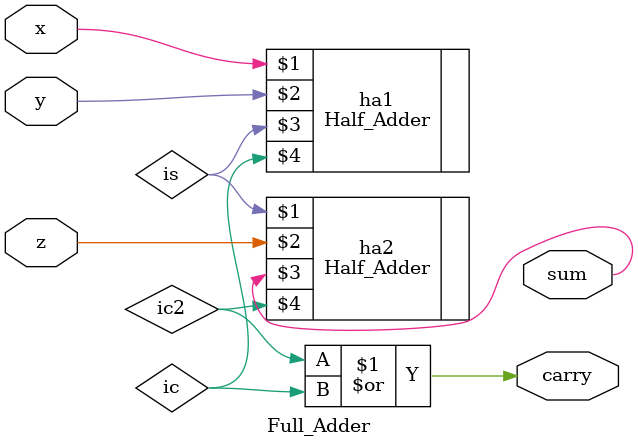
<source format=v>
module Full_Adder(x,y,z,sum,carry);

	input x,y,z;
	output sum,carry;
	
	Half_Adder ha1(x,y,is,ic);
	Half_Adder ha2(is,z,sum,ic2);
	assign carry=ic2|ic;
endmodule

</source>
